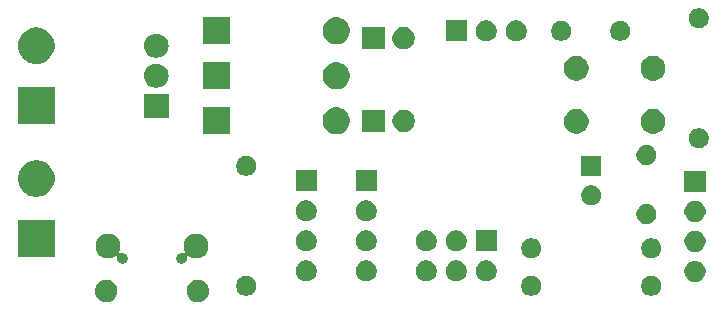
<source format=gbr>
%TF.GenerationSoftware,KiCad,Pcbnew,(5.1.5)-3*%
%TF.CreationDate,2020-09-12T07:11:49+09:30*%
%TF.ProjectId,robotcontrol,726f626f-7463-46f6-9e74-726f6c2e6b69,rev?*%
%TF.SameCoordinates,Original*%
%TF.FileFunction,Soldermask,Bot*%
%TF.FilePolarity,Negative*%
%FSLAX46Y46*%
G04 Gerber Fmt 4.6, Leading zero omitted, Abs format (unit mm)*
G04 Created by KiCad (PCBNEW (5.1.5)-3) date 2020-09-12 07:11:49*
%MOMM*%
%LPD*%
G04 APERTURE LIST*
%ADD10C,0.100000*%
G04 APERTURE END LIST*
D10*
G36*
X110384736Y-109984254D02*
G01*
X110476505Y-110002508D01*
X110649394Y-110074121D01*
X110804990Y-110178087D01*
X110937313Y-110310410D01*
X111041279Y-110466006D01*
X111085895Y-110573719D01*
X111112892Y-110638896D01*
X111132593Y-110737936D01*
X111149400Y-110822433D01*
X111149400Y-111009567D01*
X111112892Y-111193105D01*
X111041279Y-111365994D01*
X110937313Y-111521590D01*
X110804990Y-111653913D01*
X110649394Y-111757879D01*
X110476505Y-111829492D01*
X110384736Y-111847746D01*
X110292968Y-111866000D01*
X110105832Y-111866000D01*
X110014064Y-111847746D01*
X109922295Y-111829492D01*
X109749406Y-111757879D01*
X109593810Y-111653913D01*
X109461487Y-111521590D01*
X109357521Y-111365994D01*
X109285908Y-111193105D01*
X109249400Y-111009567D01*
X109249400Y-110822433D01*
X109266208Y-110737936D01*
X109285908Y-110638896D01*
X109312905Y-110573719D01*
X109357521Y-110466006D01*
X109461487Y-110310410D01*
X109593810Y-110178087D01*
X109749406Y-110074121D01*
X109922295Y-110002508D01*
X110014064Y-109984254D01*
X110105832Y-109966000D01*
X110292968Y-109966000D01*
X110384736Y-109984254D01*
G37*
G36*
X102634736Y-109984254D02*
G01*
X102726505Y-110002508D01*
X102899394Y-110074121D01*
X103054990Y-110178087D01*
X103187313Y-110310410D01*
X103291279Y-110466006D01*
X103335895Y-110573719D01*
X103362892Y-110638896D01*
X103382593Y-110737936D01*
X103399400Y-110822433D01*
X103399400Y-111009567D01*
X103362892Y-111193105D01*
X103291279Y-111365994D01*
X103187313Y-111521590D01*
X103054990Y-111653913D01*
X102899394Y-111757879D01*
X102726505Y-111829492D01*
X102634736Y-111847746D01*
X102542968Y-111866000D01*
X102355832Y-111866000D01*
X102264064Y-111847746D01*
X102172295Y-111829492D01*
X101999406Y-111757879D01*
X101843810Y-111653913D01*
X101711487Y-111521590D01*
X101607521Y-111365994D01*
X101535908Y-111193105D01*
X101499400Y-111009567D01*
X101499400Y-110822433D01*
X101516208Y-110737936D01*
X101535908Y-110638896D01*
X101562905Y-110573719D01*
X101607521Y-110466006D01*
X101711487Y-110310410D01*
X101843810Y-110178087D01*
X101999406Y-110074121D01*
X102172295Y-110002508D01*
X102264064Y-109984254D01*
X102355832Y-109966000D01*
X102542968Y-109966000D01*
X102634736Y-109984254D01*
G37*
G36*
X114547935Y-109672664D02*
G01*
X114702624Y-109736739D01*
X114702626Y-109736740D01*
X114841844Y-109829762D01*
X114960238Y-109948156D01*
X115051950Y-110085414D01*
X115053261Y-110087376D01*
X115117336Y-110242065D01*
X115150000Y-110406281D01*
X115150000Y-110573719D01*
X115117336Y-110737935D01*
X115082335Y-110822433D01*
X115053260Y-110892626D01*
X114960238Y-111031844D01*
X114841844Y-111150238D01*
X114702626Y-111243260D01*
X114702625Y-111243261D01*
X114702624Y-111243261D01*
X114547935Y-111307336D01*
X114383719Y-111340000D01*
X114216281Y-111340000D01*
X114052065Y-111307336D01*
X113897376Y-111243261D01*
X113897375Y-111243261D01*
X113897374Y-111243260D01*
X113758156Y-111150238D01*
X113639762Y-111031844D01*
X113546740Y-110892626D01*
X113517665Y-110822433D01*
X113482664Y-110737935D01*
X113450000Y-110573719D01*
X113450000Y-110406281D01*
X113482664Y-110242065D01*
X113546739Y-110087376D01*
X113548050Y-110085414D01*
X113639762Y-109948156D01*
X113758156Y-109829762D01*
X113897374Y-109736740D01*
X113897376Y-109736739D01*
X114052065Y-109672664D01*
X114216281Y-109640000D01*
X114383719Y-109640000D01*
X114547935Y-109672664D01*
G37*
G36*
X148837935Y-109672664D02*
G01*
X148992624Y-109736739D01*
X148992626Y-109736740D01*
X149131844Y-109829762D01*
X149250238Y-109948156D01*
X149341950Y-110085414D01*
X149343261Y-110087376D01*
X149407336Y-110242065D01*
X149440000Y-110406281D01*
X149440000Y-110573719D01*
X149407336Y-110737935D01*
X149372335Y-110822433D01*
X149343260Y-110892626D01*
X149250238Y-111031844D01*
X149131844Y-111150238D01*
X148992626Y-111243260D01*
X148992625Y-111243261D01*
X148992624Y-111243261D01*
X148837935Y-111307336D01*
X148673719Y-111340000D01*
X148506281Y-111340000D01*
X148342065Y-111307336D01*
X148187376Y-111243261D01*
X148187375Y-111243261D01*
X148187374Y-111243260D01*
X148048156Y-111150238D01*
X147929762Y-111031844D01*
X147836740Y-110892626D01*
X147807665Y-110822433D01*
X147772664Y-110737935D01*
X147740000Y-110573719D01*
X147740000Y-110406281D01*
X147772664Y-110242065D01*
X147836739Y-110087376D01*
X147838050Y-110085414D01*
X147929762Y-109948156D01*
X148048156Y-109829762D01*
X148187374Y-109736740D01*
X148187376Y-109736739D01*
X148342065Y-109672664D01*
X148506281Y-109640000D01*
X148673719Y-109640000D01*
X148837935Y-109672664D01*
G37*
G36*
X138677935Y-109672664D02*
G01*
X138832624Y-109736739D01*
X138832626Y-109736740D01*
X138971844Y-109829762D01*
X139090238Y-109948156D01*
X139181950Y-110085414D01*
X139183261Y-110087376D01*
X139247336Y-110242065D01*
X139280000Y-110406281D01*
X139280000Y-110573719D01*
X139247336Y-110737935D01*
X139212335Y-110822433D01*
X139183260Y-110892626D01*
X139090238Y-111031844D01*
X138971844Y-111150238D01*
X138832626Y-111243260D01*
X138832625Y-111243261D01*
X138832624Y-111243261D01*
X138677935Y-111307336D01*
X138513719Y-111340000D01*
X138346281Y-111340000D01*
X138182065Y-111307336D01*
X138027376Y-111243261D01*
X138027375Y-111243261D01*
X138027374Y-111243260D01*
X137888156Y-111150238D01*
X137769762Y-111031844D01*
X137676740Y-110892626D01*
X137647665Y-110822433D01*
X137612664Y-110737935D01*
X137580000Y-110573719D01*
X137580000Y-110406281D01*
X137612664Y-110242065D01*
X137676739Y-110087376D01*
X137678050Y-110085414D01*
X137769762Y-109948156D01*
X137888156Y-109829762D01*
X138027374Y-109736740D01*
X138027376Y-109736739D01*
X138182065Y-109672664D01*
X138346281Y-109640000D01*
X138513719Y-109640000D01*
X138677935Y-109672664D01*
G37*
G36*
X152560920Y-108405386D02*
G01*
X152675521Y-108452855D01*
X152724710Y-108473230D01*
X152872117Y-108571724D01*
X152997476Y-108697083D01*
X153095970Y-108844490D01*
X153095971Y-108844492D01*
X153163814Y-109008280D01*
X153198400Y-109182156D01*
X153198400Y-109359444D01*
X153163814Y-109533320D01*
X153106096Y-109672665D01*
X153095970Y-109697110D01*
X152997476Y-109844517D01*
X152872117Y-109969876D01*
X152724710Y-110068370D01*
X152724709Y-110068371D01*
X152724708Y-110068371D01*
X152560920Y-110136214D01*
X152387044Y-110170800D01*
X152209756Y-110170800D01*
X152035880Y-110136214D01*
X151872092Y-110068371D01*
X151872091Y-110068371D01*
X151872090Y-110068370D01*
X151724683Y-109969876D01*
X151599324Y-109844517D01*
X151500830Y-109697110D01*
X151490705Y-109672665D01*
X151432986Y-109533320D01*
X151398400Y-109359444D01*
X151398400Y-109182156D01*
X151432986Y-109008280D01*
X151500829Y-108844492D01*
X151500830Y-108844490D01*
X151599324Y-108697083D01*
X151724683Y-108571724D01*
X151872090Y-108473230D01*
X151921280Y-108452855D01*
X152035880Y-108405386D01*
X152209756Y-108370800D01*
X152387044Y-108370800D01*
X152560920Y-108405386D01*
G37*
G36*
X132342520Y-108354586D02*
G01*
X132506310Y-108422430D01*
X132653717Y-108520924D01*
X132779076Y-108646283D01*
X132813019Y-108697083D01*
X132877571Y-108793692D01*
X132945414Y-108957480D01*
X132980000Y-109131356D01*
X132980000Y-109308644D01*
X132969895Y-109359444D01*
X132945414Y-109482520D01*
X132877570Y-109646310D01*
X132779076Y-109793717D01*
X132653717Y-109919076D01*
X132506310Y-110017570D01*
X132506309Y-110017571D01*
X132506308Y-110017571D01*
X132342520Y-110085414D01*
X132168644Y-110120000D01*
X131991356Y-110120000D01*
X131817480Y-110085414D01*
X131653692Y-110017571D01*
X131653691Y-110017571D01*
X131653690Y-110017570D01*
X131506283Y-109919076D01*
X131380924Y-109793717D01*
X131282430Y-109646310D01*
X131214586Y-109482520D01*
X131190105Y-109359444D01*
X131180000Y-109308644D01*
X131180000Y-109131356D01*
X131214586Y-108957480D01*
X131282429Y-108793692D01*
X131346981Y-108697083D01*
X131380924Y-108646283D01*
X131506283Y-108520924D01*
X131653690Y-108422430D01*
X131817480Y-108354586D01*
X131991356Y-108320000D01*
X132168644Y-108320000D01*
X132342520Y-108354586D01*
G37*
G36*
X134882520Y-108354586D02*
G01*
X135046310Y-108422430D01*
X135193717Y-108520924D01*
X135319076Y-108646283D01*
X135353019Y-108697083D01*
X135417571Y-108793692D01*
X135485414Y-108957480D01*
X135520000Y-109131356D01*
X135520000Y-109308644D01*
X135509895Y-109359444D01*
X135485414Y-109482520D01*
X135417570Y-109646310D01*
X135319076Y-109793717D01*
X135193717Y-109919076D01*
X135046310Y-110017570D01*
X135046309Y-110017571D01*
X135046308Y-110017571D01*
X134882520Y-110085414D01*
X134708644Y-110120000D01*
X134531356Y-110120000D01*
X134357480Y-110085414D01*
X134193692Y-110017571D01*
X134193691Y-110017571D01*
X134193690Y-110017570D01*
X134046283Y-109919076D01*
X133920924Y-109793717D01*
X133822430Y-109646310D01*
X133754586Y-109482520D01*
X133730105Y-109359444D01*
X133720000Y-109308644D01*
X133720000Y-109131356D01*
X133754586Y-108957480D01*
X133822429Y-108793692D01*
X133886981Y-108697083D01*
X133920924Y-108646283D01*
X134046283Y-108520924D01*
X134193690Y-108422430D01*
X134357480Y-108354586D01*
X134531356Y-108320000D01*
X134708644Y-108320000D01*
X134882520Y-108354586D01*
G37*
G36*
X124722520Y-108354586D02*
G01*
X124886310Y-108422430D01*
X125033717Y-108520924D01*
X125159076Y-108646283D01*
X125193019Y-108697083D01*
X125257571Y-108793692D01*
X125325414Y-108957480D01*
X125360000Y-109131356D01*
X125360000Y-109308644D01*
X125349895Y-109359444D01*
X125325414Y-109482520D01*
X125257570Y-109646310D01*
X125159076Y-109793717D01*
X125033717Y-109919076D01*
X124886310Y-110017570D01*
X124886309Y-110017571D01*
X124886308Y-110017571D01*
X124722520Y-110085414D01*
X124548644Y-110120000D01*
X124371356Y-110120000D01*
X124197480Y-110085414D01*
X124033692Y-110017571D01*
X124033691Y-110017571D01*
X124033690Y-110017570D01*
X123886283Y-109919076D01*
X123760924Y-109793717D01*
X123662430Y-109646310D01*
X123594586Y-109482520D01*
X123570105Y-109359444D01*
X123560000Y-109308644D01*
X123560000Y-109131356D01*
X123594586Y-108957480D01*
X123662429Y-108793692D01*
X123726981Y-108697083D01*
X123760924Y-108646283D01*
X123886283Y-108520924D01*
X124033690Y-108422430D01*
X124197480Y-108354586D01*
X124371356Y-108320000D01*
X124548644Y-108320000D01*
X124722520Y-108354586D01*
G37*
G36*
X119642520Y-108354586D02*
G01*
X119806310Y-108422430D01*
X119953717Y-108520924D01*
X120079076Y-108646283D01*
X120113019Y-108697083D01*
X120177571Y-108793692D01*
X120245414Y-108957480D01*
X120280000Y-109131356D01*
X120280000Y-109308644D01*
X120269895Y-109359444D01*
X120245414Y-109482520D01*
X120177570Y-109646310D01*
X120079076Y-109793717D01*
X119953717Y-109919076D01*
X119806310Y-110017570D01*
X119806309Y-110017571D01*
X119806308Y-110017571D01*
X119642520Y-110085414D01*
X119468644Y-110120000D01*
X119291356Y-110120000D01*
X119117480Y-110085414D01*
X118953692Y-110017571D01*
X118953691Y-110017571D01*
X118953690Y-110017570D01*
X118806283Y-109919076D01*
X118680924Y-109793717D01*
X118582430Y-109646310D01*
X118514586Y-109482520D01*
X118490105Y-109359444D01*
X118480000Y-109308644D01*
X118480000Y-109131356D01*
X118514586Y-108957480D01*
X118582429Y-108793692D01*
X118646981Y-108697083D01*
X118680924Y-108646283D01*
X118806283Y-108520924D01*
X118953690Y-108422430D01*
X119117480Y-108354586D01*
X119291356Y-108320000D01*
X119468644Y-108320000D01*
X119642520Y-108354586D01*
G37*
G36*
X129802520Y-108354586D02*
G01*
X129966310Y-108422430D01*
X130113717Y-108520924D01*
X130239076Y-108646283D01*
X130273019Y-108697083D01*
X130337571Y-108793692D01*
X130405414Y-108957480D01*
X130440000Y-109131356D01*
X130440000Y-109308644D01*
X130429895Y-109359444D01*
X130405414Y-109482520D01*
X130337570Y-109646310D01*
X130239076Y-109793717D01*
X130113717Y-109919076D01*
X129966310Y-110017570D01*
X129966309Y-110017571D01*
X129966308Y-110017571D01*
X129802520Y-110085414D01*
X129628644Y-110120000D01*
X129451356Y-110120000D01*
X129277480Y-110085414D01*
X129113692Y-110017571D01*
X129113691Y-110017571D01*
X129113690Y-110017570D01*
X128966283Y-109919076D01*
X128840924Y-109793717D01*
X128742430Y-109646310D01*
X128674586Y-109482520D01*
X128650105Y-109359444D01*
X128640000Y-109308644D01*
X128640000Y-109131356D01*
X128674586Y-108957480D01*
X128742429Y-108793692D01*
X128806981Y-108697083D01*
X128840924Y-108646283D01*
X128966283Y-108520924D01*
X129113690Y-108422430D01*
X129277480Y-108354586D01*
X129451356Y-108320000D01*
X129628644Y-108320000D01*
X129802520Y-108354586D01*
G37*
G36*
X102728087Y-106071027D02*
G01*
X102905674Y-106106350D01*
X103096762Y-106185502D01*
X103268736Y-106300411D01*
X103414989Y-106446664D01*
X103529898Y-106618638D01*
X103609050Y-106809726D01*
X103649400Y-107012584D01*
X103649400Y-107219416D01*
X103609050Y-107422274D01*
X103550592Y-107563402D01*
X103543482Y-107586842D01*
X103541080Y-107611228D01*
X103543482Y-107635614D01*
X103550595Y-107659063D01*
X103562146Y-107680674D01*
X103577691Y-107699616D01*
X103596633Y-107715161D01*
X103618244Y-107726712D01*
X103641693Y-107733825D01*
X103666079Y-107736227D01*
X103690465Y-107733825D01*
X103780078Y-107716000D01*
X103868722Y-107716000D01*
X103955659Y-107733293D01*
X104037555Y-107767215D01*
X104111258Y-107816462D01*
X104173938Y-107879142D01*
X104223185Y-107952845D01*
X104238028Y-107988681D01*
X104257107Y-108034741D01*
X104274400Y-108121678D01*
X104274400Y-108210322D01*
X104257107Y-108297259D01*
X104247687Y-108320000D01*
X104223185Y-108379155D01*
X104173938Y-108452858D01*
X104111258Y-108515538D01*
X104037555Y-108564785D01*
X103955659Y-108598707D01*
X103868722Y-108616000D01*
X103780078Y-108616000D01*
X103693141Y-108598707D01*
X103652192Y-108581745D01*
X103611245Y-108564785D01*
X103537542Y-108515538D01*
X103474862Y-108452858D01*
X103425615Y-108379155D01*
X103401113Y-108320000D01*
X103391693Y-108297259D01*
X103374400Y-108210322D01*
X103374400Y-108121679D01*
X103375331Y-108116998D01*
X103377732Y-108092612D01*
X103375330Y-108068226D01*
X103368216Y-108044777D01*
X103356664Y-108023167D01*
X103341119Y-108004225D01*
X103322176Y-107988681D01*
X103300566Y-107977130D01*
X103277116Y-107970017D01*
X103252730Y-107967616D01*
X103228344Y-107970018D01*
X103204895Y-107977132D01*
X103183302Y-107988674D01*
X103096762Y-108046498D01*
X102905674Y-108125650D01*
X102728087Y-108160973D01*
X102702817Y-108166000D01*
X102495983Y-108166000D01*
X102470713Y-108160973D01*
X102293126Y-108125650D01*
X102102038Y-108046498D01*
X101930064Y-107931589D01*
X101783811Y-107785336D01*
X101668902Y-107613362D01*
X101589750Y-107422274D01*
X101549400Y-107219416D01*
X101549400Y-107012584D01*
X101589750Y-106809726D01*
X101668902Y-106618638D01*
X101783811Y-106446664D01*
X101930064Y-106300411D01*
X102102038Y-106185502D01*
X102293126Y-106106350D01*
X102470713Y-106071027D01*
X102495983Y-106066000D01*
X102702817Y-106066000D01*
X102728087Y-106071027D01*
G37*
G36*
X110178087Y-106071027D02*
G01*
X110355674Y-106106350D01*
X110546762Y-106185502D01*
X110718736Y-106300411D01*
X110864989Y-106446664D01*
X110979898Y-106618638D01*
X111059050Y-106809726D01*
X111099400Y-107012584D01*
X111099400Y-107219416D01*
X111059050Y-107422274D01*
X110979898Y-107613362D01*
X110864989Y-107785336D01*
X110718736Y-107931589D01*
X110546762Y-108046498D01*
X110355674Y-108125650D01*
X110178087Y-108160973D01*
X110152817Y-108166000D01*
X109945983Y-108166000D01*
X109920713Y-108160973D01*
X109743126Y-108125650D01*
X109552038Y-108046498D01*
X109465498Y-107988674D01*
X109443903Y-107977131D01*
X109420454Y-107970018D01*
X109396068Y-107967616D01*
X109371682Y-107970018D01*
X109348233Y-107977131D01*
X109326622Y-107988682D01*
X109307680Y-108004227D01*
X109292134Y-108023169D01*
X109280583Y-108044779D01*
X109273470Y-108068228D01*
X109271068Y-108092614D01*
X109273469Y-108116998D01*
X109274400Y-108121679D01*
X109274400Y-108210322D01*
X109257107Y-108297259D01*
X109247687Y-108320000D01*
X109223185Y-108379155D01*
X109173938Y-108452858D01*
X109111258Y-108515538D01*
X109037555Y-108564785D01*
X108955659Y-108598707D01*
X108868722Y-108616000D01*
X108780078Y-108616000D01*
X108693141Y-108598707D01*
X108652192Y-108581745D01*
X108611245Y-108564785D01*
X108537542Y-108515538D01*
X108474862Y-108452858D01*
X108425615Y-108379155D01*
X108401113Y-108320000D01*
X108391693Y-108297259D01*
X108374400Y-108210322D01*
X108374400Y-108121678D01*
X108391693Y-108034741D01*
X108410772Y-107988681D01*
X108425615Y-107952845D01*
X108474862Y-107879142D01*
X108537542Y-107816462D01*
X108611245Y-107767215D01*
X108693141Y-107733293D01*
X108780078Y-107716000D01*
X108868722Y-107716000D01*
X108958335Y-107733825D01*
X108982721Y-107736227D01*
X109007107Y-107733825D01*
X109030556Y-107726712D01*
X109052167Y-107715161D01*
X109071109Y-107699615D01*
X109086654Y-107680674D01*
X109098205Y-107659063D01*
X109105318Y-107635614D01*
X109107720Y-107611228D01*
X109105318Y-107586842D01*
X109098208Y-107563402D01*
X109039750Y-107422274D01*
X108999400Y-107219416D01*
X108999400Y-107012584D01*
X109039750Y-106809726D01*
X109118902Y-106618638D01*
X109233811Y-106446664D01*
X109380064Y-106300411D01*
X109552038Y-106185502D01*
X109743126Y-106106350D01*
X109920713Y-106071027D01*
X109945983Y-106066000D01*
X110152817Y-106066000D01*
X110178087Y-106071027D01*
G37*
G36*
X148837935Y-106497664D02*
G01*
X148992624Y-106561739D01*
X148992626Y-106561740D01*
X149131844Y-106654762D01*
X149250238Y-106773156D01*
X149274673Y-106809726D01*
X149343261Y-106912376D01*
X149407336Y-107067065D01*
X149440000Y-107231281D01*
X149440000Y-107398719D01*
X149407336Y-107562935D01*
X149350720Y-107699616D01*
X149343260Y-107717626D01*
X149250238Y-107856844D01*
X149131844Y-107975238D01*
X148992626Y-108068260D01*
X148992625Y-108068261D01*
X148992624Y-108068261D01*
X148837935Y-108132336D01*
X148673719Y-108165000D01*
X148506281Y-108165000D01*
X148342065Y-108132336D01*
X148187376Y-108068261D01*
X148187375Y-108068261D01*
X148187374Y-108068260D01*
X148048156Y-107975238D01*
X147929762Y-107856844D01*
X147836740Y-107717626D01*
X147829280Y-107699616D01*
X147772664Y-107562935D01*
X147740000Y-107398719D01*
X147740000Y-107231281D01*
X147772664Y-107067065D01*
X147836739Y-106912376D01*
X147905327Y-106809726D01*
X147929762Y-106773156D01*
X148048156Y-106654762D01*
X148187374Y-106561740D01*
X148187376Y-106561739D01*
X148342065Y-106497664D01*
X148506281Y-106465000D01*
X148673719Y-106465000D01*
X148837935Y-106497664D01*
G37*
G36*
X138677935Y-106497664D02*
G01*
X138832624Y-106561739D01*
X138832626Y-106561740D01*
X138971844Y-106654762D01*
X139090238Y-106773156D01*
X139114673Y-106809726D01*
X139183261Y-106912376D01*
X139247336Y-107067065D01*
X139280000Y-107231281D01*
X139280000Y-107398719D01*
X139247336Y-107562935D01*
X139190720Y-107699616D01*
X139183260Y-107717626D01*
X139090238Y-107856844D01*
X138971844Y-107975238D01*
X138832626Y-108068260D01*
X138832625Y-108068261D01*
X138832624Y-108068261D01*
X138677935Y-108132336D01*
X138513719Y-108165000D01*
X138346281Y-108165000D01*
X138182065Y-108132336D01*
X138027376Y-108068261D01*
X138027375Y-108068261D01*
X138027374Y-108068260D01*
X137888156Y-107975238D01*
X137769762Y-107856844D01*
X137676740Y-107717626D01*
X137669280Y-107699616D01*
X137612664Y-107562935D01*
X137580000Y-107398719D01*
X137580000Y-107231281D01*
X137612664Y-107067065D01*
X137676739Y-106912376D01*
X137745327Y-106809726D01*
X137769762Y-106773156D01*
X137888156Y-106654762D01*
X138027374Y-106561740D01*
X138027376Y-106561739D01*
X138182065Y-106497664D01*
X138346281Y-106465000D01*
X138513719Y-106465000D01*
X138677935Y-106497664D01*
G37*
G36*
X98070000Y-108039500D02*
G01*
X94970000Y-108039500D01*
X94970000Y-104939500D01*
X98070000Y-104939500D01*
X98070000Y-108039500D01*
G37*
G36*
X152560920Y-105865386D02*
G01*
X152602066Y-105882429D01*
X152724710Y-105933230D01*
X152872117Y-106031724D01*
X152997476Y-106157083D01*
X153093245Y-106300412D01*
X153095971Y-106304492D01*
X153163814Y-106468280D01*
X153188296Y-106591358D01*
X153198400Y-106642158D01*
X153198400Y-106819442D01*
X153163814Y-106993320D01*
X153095970Y-107157110D01*
X152997476Y-107304517D01*
X152872117Y-107429876D01*
X152724710Y-107528370D01*
X152724709Y-107528371D01*
X152724708Y-107528371D01*
X152560920Y-107596214D01*
X152387044Y-107630800D01*
X152209756Y-107630800D01*
X152035880Y-107596214D01*
X151872092Y-107528371D01*
X151872091Y-107528371D01*
X151872090Y-107528370D01*
X151724683Y-107429876D01*
X151599324Y-107304517D01*
X151500830Y-107157110D01*
X151432986Y-106993320D01*
X151398400Y-106819442D01*
X151398400Y-106642158D01*
X151408505Y-106591358D01*
X151432986Y-106468280D01*
X151500829Y-106304492D01*
X151503555Y-106300412D01*
X151599324Y-106157083D01*
X151724683Y-106031724D01*
X151872090Y-105933230D01*
X151994735Y-105882429D01*
X152035880Y-105865386D01*
X152209756Y-105830800D01*
X152387044Y-105830800D01*
X152560920Y-105865386D01*
G37*
G36*
X119642520Y-105814586D02*
G01*
X119806310Y-105882430D01*
X119953717Y-105980924D01*
X120079076Y-106106283D01*
X120079121Y-106106351D01*
X120177571Y-106253692D01*
X120245414Y-106417480D01*
X120280000Y-106591356D01*
X120280000Y-106768644D01*
X120269895Y-106819444D01*
X120245414Y-106942520D01*
X120177570Y-107106310D01*
X120079076Y-107253717D01*
X119953717Y-107379076D01*
X119806310Y-107477570D01*
X119806309Y-107477571D01*
X119806308Y-107477571D01*
X119642520Y-107545414D01*
X119468644Y-107580000D01*
X119291356Y-107580000D01*
X119117480Y-107545414D01*
X118953692Y-107477571D01*
X118953691Y-107477571D01*
X118953690Y-107477570D01*
X118806283Y-107379076D01*
X118680924Y-107253717D01*
X118582430Y-107106310D01*
X118514586Y-106942520D01*
X118490105Y-106819444D01*
X118480000Y-106768644D01*
X118480000Y-106591356D01*
X118514586Y-106417480D01*
X118582429Y-106253692D01*
X118680879Y-106106351D01*
X118680924Y-106106283D01*
X118806283Y-105980924D01*
X118953690Y-105882430D01*
X119117480Y-105814586D01*
X119291356Y-105780000D01*
X119468644Y-105780000D01*
X119642520Y-105814586D01*
G37*
G36*
X135520000Y-107580000D02*
G01*
X133720000Y-107580000D01*
X133720000Y-105780000D01*
X135520000Y-105780000D01*
X135520000Y-107580000D01*
G37*
G36*
X129802520Y-105814586D02*
G01*
X129966310Y-105882430D01*
X130113717Y-105980924D01*
X130239076Y-106106283D01*
X130239121Y-106106351D01*
X130337571Y-106253692D01*
X130405414Y-106417480D01*
X130440000Y-106591356D01*
X130440000Y-106768644D01*
X130429895Y-106819444D01*
X130405414Y-106942520D01*
X130337570Y-107106310D01*
X130239076Y-107253717D01*
X130113717Y-107379076D01*
X129966310Y-107477570D01*
X129966309Y-107477571D01*
X129966308Y-107477571D01*
X129802520Y-107545414D01*
X129628644Y-107580000D01*
X129451356Y-107580000D01*
X129277480Y-107545414D01*
X129113692Y-107477571D01*
X129113691Y-107477571D01*
X129113690Y-107477570D01*
X128966283Y-107379076D01*
X128840924Y-107253717D01*
X128742430Y-107106310D01*
X128674586Y-106942520D01*
X128650105Y-106819444D01*
X128640000Y-106768644D01*
X128640000Y-106591356D01*
X128674586Y-106417480D01*
X128742429Y-106253692D01*
X128840879Y-106106351D01*
X128840924Y-106106283D01*
X128966283Y-105980924D01*
X129113690Y-105882430D01*
X129277480Y-105814586D01*
X129451356Y-105780000D01*
X129628644Y-105780000D01*
X129802520Y-105814586D01*
G37*
G36*
X132342520Y-105814586D02*
G01*
X132506310Y-105882430D01*
X132653717Y-105980924D01*
X132779076Y-106106283D01*
X132779121Y-106106351D01*
X132877571Y-106253692D01*
X132945414Y-106417480D01*
X132980000Y-106591356D01*
X132980000Y-106768644D01*
X132969895Y-106819444D01*
X132945414Y-106942520D01*
X132877570Y-107106310D01*
X132779076Y-107253717D01*
X132653717Y-107379076D01*
X132506310Y-107477570D01*
X132506309Y-107477571D01*
X132506308Y-107477571D01*
X132342520Y-107545414D01*
X132168644Y-107580000D01*
X131991356Y-107580000D01*
X131817480Y-107545414D01*
X131653692Y-107477571D01*
X131653691Y-107477571D01*
X131653690Y-107477570D01*
X131506283Y-107379076D01*
X131380924Y-107253717D01*
X131282430Y-107106310D01*
X131214586Y-106942520D01*
X131190105Y-106819444D01*
X131180000Y-106768644D01*
X131180000Y-106591356D01*
X131214586Y-106417480D01*
X131282429Y-106253692D01*
X131380879Y-106106351D01*
X131380924Y-106106283D01*
X131506283Y-105980924D01*
X131653690Y-105882430D01*
X131817480Y-105814586D01*
X131991356Y-105780000D01*
X132168644Y-105780000D01*
X132342520Y-105814586D01*
G37*
G36*
X124722520Y-105814586D02*
G01*
X124886310Y-105882430D01*
X125033717Y-105980924D01*
X125159076Y-106106283D01*
X125159121Y-106106351D01*
X125257571Y-106253692D01*
X125325414Y-106417480D01*
X125360000Y-106591356D01*
X125360000Y-106768644D01*
X125349895Y-106819444D01*
X125325414Y-106942520D01*
X125257570Y-107106310D01*
X125159076Y-107253717D01*
X125033717Y-107379076D01*
X124886310Y-107477570D01*
X124886309Y-107477571D01*
X124886308Y-107477571D01*
X124722520Y-107545414D01*
X124548644Y-107580000D01*
X124371356Y-107580000D01*
X124197480Y-107545414D01*
X124033692Y-107477571D01*
X124033691Y-107477571D01*
X124033690Y-107477570D01*
X123886283Y-107379076D01*
X123760924Y-107253717D01*
X123662430Y-107106310D01*
X123594586Y-106942520D01*
X123570105Y-106819444D01*
X123560000Y-106768644D01*
X123560000Y-106591356D01*
X123594586Y-106417480D01*
X123662429Y-106253692D01*
X123760879Y-106106351D01*
X123760924Y-106106283D01*
X123886283Y-105980924D01*
X124033690Y-105882430D01*
X124197480Y-105814586D01*
X124371356Y-105780000D01*
X124548644Y-105780000D01*
X124722520Y-105814586D01*
G37*
G36*
X148431535Y-103598264D02*
G01*
X148586224Y-103662339D01*
X148586226Y-103662340D01*
X148725444Y-103755362D01*
X148843838Y-103873756D01*
X148936860Y-104012974D01*
X148936861Y-104012976D01*
X149000936Y-104167665D01*
X149033600Y-104331881D01*
X149033600Y-104499319D01*
X149000936Y-104663535D01*
X148959108Y-104764516D01*
X148936860Y-104818226D01*
X148843838Y-104957444D01*
X148725444Y-105075838D01*
X148586226Y-105168860D01*
X148586225Y-105168861D01*
X148586224Y-105168861D01*
X148431535Y-105232936D01*
X148267319Y-105265600D01*
X148099881Y-105265600D01*
X147935665Y-105232936D01*
X147780976Y-105168861D01*
X147780975Y-105168861D01*
X147780974Y-105168860D01*
X147641756Y-105075838D01*
X147523362Y-104957444D01*
X147430340Y-104818226D01*
X147408092Y-104764516D01*
X147366264Y-104663535D01*
X147333600Y-104499319D01*
X147333600Y-104331881D01*
X147366264Y-104167665D01*
X147430339Y-104012976D01*
X147430340Y-104012974D01*
X147523362Y-103873756D01*
X147641756Y-103755362D01*
X147780974Y-103662340D01*
X147780976Y-103662339D01*
X147935665Y-103598264D01*
X148099881Y-103565600D01*
X148267319Y-103565600D01*
X148431535Y-103598264D01*
G37*
G36*
X152560920Y-103325386D02*
G01*
X152602066Y-103342429D01*
X152724710Y-103393230D01*
X152872117Y-103491724D01*
X152997476Y-103617083D01*
X153089871Y-103755362D01*
X153095971Y-103764492D01*
X153163814Y-103928280D01*
X153198400Y-104102156D01*
X153198400Y-104279444D01*
X153187969Y-104331882D01*
X153163814Y-104453320D01*
X153095970Y-104617110D01*
X152997476Y-104764517D01*
X152872117Y-104889876D01*
X152724710Y-104988370D01*
X152724709Y-104988371D01*
X152724708Y-104988371D01*
X152560920Y-105056214D01*
X152387044Y-105090800D01*
X152209756Y-105090800D01*
X152035880Y-105056214D01*
X151872092Y-104988371D01*
X151872091Y-104988371D01*
X151872090Y-104988370D01*
X151724683Y-104889876D01*
X151599324Y-104764517D01*
X151500830Y-104617110D01*
X151432986Y-104453320D01*
X151408831Y-104331882D01*
X151398400Y-104279444D01*
X151398400Y-104102156D01*
X151432986Y-103928280D01*
X151500829Y-103764492D01*
X151506929Y-103755362D01*
X151599324Y-103617083D01*
X151724683Y-103491724D01*
X151872090Y-103393230D01*
X151994735Y-103342429D01*
X152035880Y-103325386D01*
X152209756Y-103290800D01*
X152387044Y-103290800D01*
X152560920Y-103325386D01*
G37*
G36*
X124722520Y-103274586D02*
G01*
X124886310Y-103342430D01*
X125033717Y-103440924D01*
X125159076Y-103566283D01*
X125223258Y-103662339D01*
X125257571Y-103713692D01*
X125325414Y-103877480D01*
X125360000Y-104051356D01*
X125360000Y-104228644D01*
X125349895Y-104279444D01*
X125325414Y-104402520D01*
X125257570Y-104566310D01*
X125159076Y-104713717D01*
X125033717Y-104839076D01*
X124886310Y-104937570D01*
X124886309Y-104937571D01*
X124886308Y-104937571D01*
X124722520Y-105005414D01*
X124548644Y-105040000D01*
X124371356Y-105040000D01*
X124197480Y-105005414D01*
X124033692Y-104937571D01*
X124033691Y-104937571D01*
X124033690Y-104937570D01*
X123886283Y-104839076D01*
X123760924Y-104713717D01*
X123662430Y-104566310D01*
X123594586Y-104402520D01*
X123570105Y-104279444D01*
X123560000Y-104228644D01*
X123560000Y-104051356D01*
X123594586Y-103877480D01*
X123662429Y-103713692D01*
X123696742Y-103662339D01*
X123760924Y-103566283D01*
X123886283Y-103440924D01*
X124033690Y-103342430D01*
X124197480Y-103274586D01*
X124371356Y-103240000D01*
X124548644Y-103240000D01*
X124722520Y-103274586D01*
G37*
G36*
X119642520Y-103274586D02*
G01*
X119806310Y-103342430D01*
X119953717Y-103440924D01*
X120079076Y-103566283D01*
X120143258Y-103662339D01*
X120177571Y-103713692D01*
X120245414Y-103877480D01*
X120280000Y-104051356D01*
X120280000Y-104228644D01*
X120269895Y-104279444D01*
X120245414Y-104402520D01*
X120177570Y-104566310D01*
X120079076Y-104713717D01*
X119953717Y-104839076D01*
X119806310Y-104937570D01*
X119806309Y-104937571D01*
X119806308Y-104937571D01*
X119642520Y-105005414D01*
X119468644Y-105040000D01*
X119291356Y-105040000D01*
X119117480Y-105005414D01*
X118953692Y-104937571D01*
X118953691Y-104937571D01*
X118953690Y-104937570D01*
X118806283Y-104839076D01*
X118680924Y-104713717D01*
X118582430Y-104566310D01*
X118514586Y-104402520D01*
X118490105Y-104279444D01*
X118480000Y-104228644D01*
X118480000Y-104051356D01*
X118514586Y-103877480D01*
X118582429Y-103713692D01*
X118616742Y-103662339D01*
X118680924Y-103566283D01*
X118806283Y-103440924D01*
X118953690Y-103342430D01*
X119117480Y-103274586D01*
X119291356Y-103240000D01*
X119468644Y-103240000D01*
X119642520Y-103274586D01*
G37*
G36*
X143757935Y-102012664D02*
G01*
X143912624Y-102076739D01*
X143912626Y-102076740D01*
X144051844Y-102169762D01*
X144170238Y-102288156D01*
X144243344Y-102397568D01*
X144263261Y-102427376D01*
X144327336Y-102582065D01*
X144360000Y-102746281D01*
X144360000Y-102913719D01*
X144327336Y-103077935D01*
X144263261Y-103232624D01*
X144263260Y-103232626D01*
X144170238Y-103371844D01*
X144051844Y-103490238D01*
X143912626Y-103583260D01*
X143912625Y-103583261D01*
X143912624Y-103583261D01*
X143757935Y-103647336D01*
X143593719Y-103680000D01*
X143426281Y-103680000D01*
X143262065Y-103647336D01*
X143107376Y-103583261D01*
X143107375Y-103583261D01*
X143107374Y-103583260D01*
X142968156Y-103490238D01*
X142849762Y-103371844D01*
X142756740Y-103232626D01*
X142756739Y-103232624D01*
X142692664Y-103077935D01*
X142660000Y-102913719D01*
X142660000Y-102746281D01*
X142692664Y-102582065D01*
X142756739Y-102427376D01*
X142776656Y-102397568D01*
X142849762Y-102288156D01*
X142968156Y-102169762D01*
X143107374Y-102076740D01*
X143107376Y-102076739D01*
X143262065Y-102012664D01*
X143426281Y-101980000D01*
X143593719Y-101980000D01*
X143757935Y-102012664D01*
G37*
G36*
X96822390Y-99889283D02*
G01*
X96972118Y-99919065D01*
X96992182Y-99927376D01*
X97254199Y-100035907D01*
X97254200Y-100035908D01*
X97508068Y-100205536D01*
X97723964Y-100421432D01*
X97828535Y-100577935D01*
X97893593Y-100675301D01*
X98010435Y-100957383D01*
X98070000Y-101256837D01*
X98070000Y-101562163D01*
X98010435Y-101861617D01*
X97893593Y-102143699D01*
X97893592Y-102143700D01*
X97723964Y-102397568D01*
X97508068Y-102613464D01*
X97338439Y-102726806D01*
X97254199Y-102783093D01*
X97088960Y-102851537D01*
X96972118Y-102899935D01*
X96822390Y-102929718D01*
X96672663Y-102959500D01*
X96367337Y-102959500D01*
X96217610Y-102929718D01*
X96067882Y-102899935D01*
X95951040Y-102851537D01*
X95785801Y-102783093D01*
X95701561Y-102726806D01*
X95531932Y-102613464D01*
X95316036Y-102397568D01*
X95146408Y-102143700D01*
X95146407Y-102143699D01*
X95029565Y-101861617D01*
X94970000Y-101562163D01*
X94970000Y-101256837D01*
X95029565Y-100957383D01*
X95146407Y-100675301D01*
X95211465Y-100577935D01*
X95316036Y-100421432D01*
X95531932Y-100205536D01*
X95785800Y-100035908D01*
X95785801Y-100035907D01*
X96047818Y-99927376D01*
X96067882Y-99919065D01*
X96217610Y-99889283D01*
X96367337Y-99859500D01*
X96672663Y-99859500D01*
X96822390Y-99889283D01*
G37*
G36*
X153198400Y-102550800D02*
G01*
X151398400Y-102550800D01*
X151398400Y-100750800D01*
X153198400Y-100750800D01*
X153198400Y-102550800D01*
G37*
G36*
X125360000Y-102500000D02*
G01*
X123560000Y-102500000D01*
X123560000Y-100700000D01*
X125360000Y-100700000D01*
X125360000Y-102500000D01*
G37*
G36*
X120280000Y-102500000D02*
G01*
X118480000Y-102500000D01*
X118480000Y-100700000D01*
X120280000Y-100700000D01*
X120280000Y-102500000D01*
G37*
G36*
X144360000Y-101180000D02*
G01*
X142660000Y-101180000D01*
X142660000Y-99480000D01*
X144360000Y-99480000D01*
X144360000Y-101180000D01*
G37*
G36*
X114547935Y-99512664D02*
G01*
X114702624Y-99576739D01*
X114702626Y-99576740D01*
X114841844Y-99669762D01*
X114960238Y-99788156D01*
X115007908Y-99859500D01*
X115053261Y-99927376D01*
X115117336Y-100082065D01*
X115150000Y-100246281D01*
X115150000Y-100413719D01*
X115117336Y-100577935D01*
X115077005Y-100675301D01*
X115053260Y-100732626D01*
X114960238Y-100871844D01*
X114841844Y-100990238D01*
X114702626Y-101083260D01*
X114702625Y-101083261D01*
X114702624Y-101083261D01*
X114547935Y-101147336D01*
X114383719Y-101180000D01*
X114216281Y-101180000D01*
X114052065Y-101147336D01*
X113897376Y-101083261D01*
X113897375Y-101083261D01*
X113897374Y-101083260D01*
X113758156Y-100990238D01*
X113639762Y-100871844D01*
X113546740Y-100732626D01*
X113522995Y-100675301D01*
X113482664Y-100577935D01*
X113450000Y-100413719D01*
X113450000Y-100246281D01*
X113482664Y-100082065D01*
X113546739Y-99927376D01*
X113592092Y-99859500D01*
X113639762Y-99788156D01*
X113758156Y-99669762D01*
X113897374Y-99576740D01*
X113897376Y-99576739D01*
X114052065Y-99512664D01*
X114216281Y-99480000D01*
X114383719Y-99480000D01*
X114547935Y-99512664D01*
G37*
G36*
X148431535Y-98598264D02*
G01*
X148564735Y-98653438D01*
X148586226Y-98662340D01*
X148725444Y-98755362D01*
X148843838Y-98873756D01*
X148936860Y-99012974D01*
X148936861Y-99012976D01*
X149000936Y-99167665D01*
X149033600Y-99331881D01*
X149033600Y-99499319D01*
X149000936Y-99663535D01*
X148949315Y-99788157D01*
X148936860Y-99818226D01*
X148843838Y-99957444D01*
X148725444Y-100075838D01*
X148586226Y-100168860D01*
X148586225Y-100168861D01*
X148586224Y-100168861D01*
X148431535Y-100232936D01*
X148267319Y-100265600D01*
X148099881Y-100265600D01*
X147935665Y-100232936D01*
X147780976Y-100168861D01*
X147780975Y-100168861D01*
X147780974Y-100168860D01*
X147641756Y-100075838D01*
X147523362Y-99957444D01*
X147430340Y-99818226D01*
X147417885Y-99788157D01*
X147366264Y-99663535D01*
X147333600Y-99499319D01*
X147333600Y-99331881D01*
X147366264Y-99167665D01*
X147430339Y-99012976D01*
X147430340Y-99012974D01*
X147523362Y-98873756D01*
X147641756Y-98755362D01*
X147780974Y-98662340D01*
X147802465Y-98653438D01*
X147935665Y-98598264D01*
X148099881Y-98565600D01*
X148267319Y-98565600D01*
X148431535Y-98598264D01*
G37*
G36*
X152851135Y-97175864D02*
G01*
X153005824Y-97239939D01*
X153005826Y-97239940D01*
X153145044Y-97332962D01*
X153263438Y-97451356D01*
X153356460Y-97590574D01*
X153356461Y-97590576D01*
X153420536Y-97745265D01*
X153453200Y-97909481D01*
X153453200Y-98076919D01*
X153420536Y-98241135D01*
X153356461Y-98395824D01*
X153356460Y-98395826D01*
X153263438Y-98535044D01*
X153145044Y-98653438D01*
X153005826Y-98746460D01*
X153005825Y-98746461D01*
X153005824Y-98746461D01*
X152851135Y-98810536D01*
X152686919Y-98843200D01*
X152519481Y-98843200D01*
X152355265Y-98810536D01*
X152200576Y-98746461D01*
X152200575Y-98746461D01*
X152200574Y-98746460D01*
X152061356Y-98653438D01*
X151942962Y-98535044D01*
X151849940Y-98395826D01*
X151849939Y-98395824D01*
X151785864Y-98241135D01*
X151753200Y-98076919D01*
X151753200Y-97909481D01*
X151785864Y-97745265D01*
X151849939Y-97590576D01*
X151849940Y-97590574D01*
X151942962Y-97451356D01*
X152061356Y-97332962D01*
X152200574Y-97239940D01*
X152200576Y-97239939D01*
X152355265Y-97175864D01*
X152519481Y-97143200D01*
X152686919Y-97143200D01*
X152851135Y-97175864D01*
G37*
G36*
X112910000Y-97670000D02*
G01*
X110610000Y-97670000D01*
X110610000Y-95370000D01*
X112910000Y-95370000D01*
X112910000Y-97670000D01*
G37*
G36*
X122107324Y-95384731D02*
G01*
X122255443Y-95414194D01*
X122464729Y-95500884D01*
X122653082Y-95626737D01*
X122813263Y-95786918D01*
X122939116Y-95975271D01*
X123025806Y-96184557D01*
X123070000Y-96406735D01*
X123070000Y-96633265D01*
X123025806Y-96855443D01*
X122939116Y-97064729D01*
X122813263Y-97253082D01*
X122653082Y-97413263D01*
X122464729Y-97539116D01*
X122255443Y-97625806D01*
X122107324Y-97655269D01*
X122033266Y-97670000D01*
X121806734Y-97670000D01*
X121732676Y-97655269D01*
X121584557Y-97625806D01*
X121375271Y-97539116D01*
X121186918Y-97413263D01*
X121026737Y-97253082D01*
X120900884Y-97064729D01*
X120814194Y-96855443D01*
X120770000Y-96633265D01*
X120770000Y-96406735D01*
X120814194Y-96184557D01*
X120900884Y-95975271D01*
X121026737Y-95786918D01*
X121186918Y-95626737D01*
X121375271Y-95500884D01*
X121584557Y-95414194D01*
X121732676Y-95384731D01*
X121806734Y-95370000D01*
X122033266Y-95370000D01*
X122107324Y-95384731D01*
G37*
G36*
X148868687Y-95530027D02*
G01*
X149046274Y-95565350D01*
X149237362Y-95644502D01*
X149409336Y-95759411D01*
X149555589Y-95905664D01*
X149670498Y-96077638D01*
X149749650Y-96268726D01*
X149790000Y-96471584D01*
X149790000Y-96678416D01*
X149749650Y-96881274D01*
X149670498Y-97072362D01*
X149555589Y-97244336D01*
X149409336Y-97390589D01*
X149237362Y-97505498D01*
X149046274Y-97584650D01*
X148868687Y-97619973D01*
X148843417Y-97625000D01*
X148636583Y-97625000D01*
X148611313Y-97619973D01*
X148433726Y-97584650D01*
X148242638Y-97505498D01*
X148070664Y-97390589D01*
X147924411Y-97244336D01*
X147809502Y-97072362D01*
X147730350Y-96881274D01*
X147690000Y-96678416D01*
X147690000Y-96471584D01*
X147730350Y-96268726D01*
X147809502Y-96077638D01*
X147924411Y-95905664D01*
X148070664Y-95759411D01*
X148242638Y-95644502D01*
X148433726Y-95565350D01*
X148611313Y-95530027D01*
X148636583Y-95525000D01*
X148843417Y-95525000D01*
X148868687Y-95530027D01*
G37*
G36*
X142368687Y-95530027D02*
G01*
X142546274Y-95565350D01*
X142737362Y-95644502D01*
X142909336Y-95759411D01*
X143055589Y-95905664D01*
X143170498Y-96077638D01*
X143249650Y-96268726D01*
X143290000Y-96471584D01*
X143290000Y-96678416D01*
X143249650Y-96881274D01*
X143170498Y-97072362D01*
X143055589Y-97244336D01*
X142909336Y-97390589D01*
X142737362Y-97505498D01*
X142546274Y-97584650D01*
X142368687Y-97619973D01*
X142343417Y-97625000D01*
X142136583Y-97625000D01*
X142111313Y-97619973D01*
X141933726Y-97584650D01*
X141742638Y-97505498D01*
X141570664Y-97390589D01*
X141424411Y-97244336D01*
X141309502Y-97072362D01*
X141230350Y-96881274D01*
X141190000Y-96678416D01*
X141190000Y-96471584D01*
X141230350Y-96268726D01*
X141309502Y-96077638D01*
X141424411Y-95905664D01*
X141570664Y-95759411D01*
X141742638Y-95644502D01*
X141933726Y-95565350D01*
X142111313Y-95530027D01*
X142136583Y-95525000D01*
X142343417Y-95525000D01*
X142368687Y-95530027D01*
G37*
G36*
X126045000Y-97470000D02*
G01*
X124145000Y-97470000D01*
X124145000Y-95570000D01*
X126045000Y-95570000D01*
X126045000Y-97470000D01*
G37*
G36*
X127820336Y-95588254D02*
G01*
X127912105Y-95606508D01*
X128084994Y-95678121D01*
X128240590Y-95782087D01*
X128372913Y-95914410D01*
X128476879Y-96070006D01*
X128548492Y-96242895D01*
X128585000Y-96426433D01*
X128585000Y-96613567D01*
X128548492Y-96797105D01*
X128476879Y-96969994D01*
X128372913Y-97125590D01*
X128240590Y-97257913D01*
X128084994Y-97361879D01*
X127912105Y-97433492D01*
X127822297Y-97451356D01*
X127728568Y-97470000D01*
X127541432Y-97470000D01*
X127447703Y-97451356D01*
X127357895Y-97433492D01*
X127185006Y-97361879D01*
X127029410Y-97257913D01*
X126897087Y-97125590D01*
X126793121Y-96969994D01*
X126721508Y-96797105D01*
X126685000Y-96613567D01*
X126685000Y-96426433D01*
X126721508Y-96242895D01*
X126793121Y-96070006D01*
X126897087Y-95914410D01*
X127029410Y-95782087D01*
X127185006Y-95678121D01*
X127357895Y-95606508D01*
X127449664Y-95588254D01*
X127541432Y-95570000D01*
X127728568Y-95570000D01*
X127820336Y-95588254D01*
G37*
G36*
X98070000Y-96800000D02*
G01*
X94970000Y-96800000D01*
X94970000Y-93700000D01*
X98070000Y-93700000D01*
X98070000Y-96800000D01*
G37*
G36*
X107730000Y-96252500D02*
G01*
X105630000Y-96252500D01*
X105630000Y-94247500D01*
X107730000Y-94247500D01*
X107730000Y-96252500D01*
G37*
G36*
X112910000Y-93860000D02*
G01*
X110610000Y-93860000D01*
X110610000Y-91560000D01*
X112910000Y-91560000D01*
X112910000Y-93860000D01*
G37*
G36*
X122107324Y-91574731D02*
G01*
X122255443Y-91604194D01*
X122464729Y-91690884D01*
X122653082Y-91816737D01*
X122813263Y-91976918D01*
X122939116Y-92165271D01*
X123025806Y-92374557D01*
X123070000Y-92596735D01*
X123070000Y-92823265D01*
X123025806Y-93045443D01*
X122939116Y-93254729D01*
X122813263Y-93443082D01*
X122653082Y-93603263D01*
X122464729Y-93729116D01*
X122255443Y-93815806D01*
X122107324Y-93845269D01*
X122033266Y-93860000D01*
X121806734Y-93860000D01*
X121732676Y-93845269D01*
X121584557Y-93815806D01*
X121375271Y-93729116D01*
X121186918Y-93603263D01*
X121026737Y-93443082D01*
X120900884Y-93254729D01*
X120814194Y-93045443D01*
X120770000Y-92823265D01*
X120770000Y-92596735D01*
X120814194Y-92374557D01*
X120900884Y-92165271D01*
X121026737Y-91976918D01*
X121186918Y-91816737D01*
X121375271Y-91690884D01*
X121584557Y-91604194D01*
X121732676Y-91574731D01*
X121806734Y-91560000D01*
X122033266Y-91560000D01*
X122107324Y-91574731D01*
G37*
G36*
X106924022Y-91722005D02*
G01*
X107112999Y-91779331D01*
X107287153Y-91872418D01*
X107439804Y-91997696D01*
X107565082Y-92150347D01*
X107658169Y-92324501D01*
X107715495Y-92513478D01*
X107734850Y-92710000D01*
X107715495Y-92906522D01*
X107658169Y-93095499D01*
X107565082Y-93269653D01*
X107439804Y-93422304D01*
X107287153Y-93547582D01*
X107112999Y-93640669D01*
X106924022Y-93697995D01*
X106776746Y-93712500D01*
X106583254Y-93712500D01*
X106435978Y-93697995D01*
X106247001Y-93640669D01*
X106072847Y-93547582D01*
X105920196Y-93422304D01*
X105794918Y-93269653D01*
X105701831Y-93095499D01*
X105644505Y-92906522D01*
X105625150Y-92710000D01*
X105644505Y-92513478D01*
X105701831Y-92324501D01*
X105794918Y-92150347D01*
X105920196Y-91997696D01*
X106072847Y-91872418D01*
X106247001Y-91779331D01*
X106435978Y-91722005D01*
X106583254Y-91707500D01*
X106776746Y-91707500D01*
X106924022Y-91722005D01*
G37*
G36*
X142368687Y-91030027D02*
G01*
X142546274Y-91065350D01*
X142737362Y-91144502D01*
X142909336Y-91259411D01*
X143055589Y-91405664D01*
X143170498Y-91577638D01*
X143249650Y-91768726D01*
X143290000Y-91971584D01*
X143290000Y-92178416D01*
X143249650Y-92381274D01*
X143170498Y-92572362D01*
X143055589Y-92744336D01*
X142909336Y-92890589D01*
X142737362Y-93005498D01*
X142546274Y-93084650D01*
X142368687Y-93119973D01*
X142343417Y-93125000D01*
X142136583Y-93125000D01*
X142111313Y-93119973D01*
X141933726Y-93084650D01*
X141742638Y-93005498D01*
X141570664Y-92890589D01*
X141424411Y-92744336D01*
X141309502Y-92572362D01*
X141230350Y-92381274D01*
X141190000Y-92178416D01*
X141190000Y-91971584D01*
X141230350Y-91768726D01*
X141309502Y-91577638D01*
X141424411Y-91405664D01*
X141570664Y-91259411D01*
X141742638Y-91144502D01*
X141933726Y-91065350D01*
X142111313Y-91030027D01*
X142136583Y-91025000D01*
X142343417Y-91025000D01*
X142368687Y-91030027D01*
G37*
G36*
X148868687Y-91030027D02*
G01*
X149046274Y-91065350D01*
X149237362Y-91144502D01*
X149409336Y-91259411D01*
X149555589Y-91405664D01*
X149670498Y-91577638D01*
X149749650Y-91768726D01*
X149790000Y-91971584D01*
X149790000Y-92178416D01*
X149749650Y-92381274D01*
X149670498Y-92572362D01*
X149555589Y-92744336D01*
X149409336Y-92890589D01*
X149237362Y-93005498D01*
X149046274Y-93084650D01*
X148868687Y-93119973D01*
X148843417Y-93125000D01*
X148636583Y-93125000D01*
X148611313Y-93119973D01*
X148433726Y-93084650D01*
X148242638Y-93005498D01*
X148070664Y-92890589D01*
X147924411Y-92744336D01*
X147809502Y-92572362D01*
X147730350Y-92381274D01*
X147690000Y-92178416D01*
X147690000Y-91971584D01*
X147730350Y-91768726D01*
X147809502Y-91577638D01*
X147924411Y-91405664D01*
X148070664Y-91259411D01*
X148242638Y-91144502D01*
X148433726Y-91065350D01*
X148611313Y-91030027D01*
X148636583Y-91025000D01*
X148843417Y-91025000D01*
X148868687Y-91030027D01*
G37*
G36*
X96760541Y-88637480D02*
G01*
X96972118Y-88679565D01*
X97088960Y-88727963D01*
X97254199Y-88796407D01*
X97283944Y-88816282D01*
X97508068Y-88966036D01*
X97723964Y-89181932D01*
X97837306Y-89351561D01*
X97893593Y-89435801D01*
X97909298Y-89473717D01*
X98010435Y-89717882D01*
X98023686Y-89784501D01*
X98070000Y-90017337D01*
X98070000Y-90322663D01*
X98010435Y-90622117D01*
X97893593Y-90904199D01*
X97893592Y-90904200D01*
X97723964Y-91158068D01*
X97508068Y-91373964D01*
X97338439Y-91487306D01*
X97254199Y-91543593D01*
X97107895Y-91604194D01*
X96972118Y-91660435D01*
X96822390Y-91690217D01*
X96672663Y-91720000D01*
X96367337Y-91720000D01*
X96217610Y-91690217D01*
X96067882Y-91660435D01*
X95932105Y-91604194D01*
X95785801Y-91543593D01*
X95701561Y-91487306D01*
X95531932Y-91373964D01*
X95316036Y-91158068D01*
X95146408Y-90904200D01*
X95146407Y-90904199D01*
X95029565Y-90622117D01*
X94970000Y-90322663D01*
X94970000Y-90017337D01*
X95016314Y-89784501D01*
X95029565Y-89717882D01*
X95130702Y-89473717D01*
X95146407Y-89435801D01*
X95202694Y-89351561D01*
X95316036Y-89181932D01*
X95531932Y-88966036D01*
X95756056Y-88816282D01*
X95785801Y-88796407D01*
X95951040Y-88727963D01*
X96067882Y-88679565D01*
X96279459Y-88637480D01*
X96367337Y-88620000D01*
X96672663Y-88620000D01*
X96760541Y-88637480D01*
G37*
G36*
X106924022Y-89182005D02*
G01*
X107077821Y-89228660D01*
X107100176Y-89235441D01*
X107112999Y-89239331D01*
X107287153Y-89332418D01*
X107439804Y-89457696D01*
X107565082Y-89610347D01*
X107658169Y-89784501D01*
X107715495Y-89973478D01*
X107734850Y-90170000D01*
X107715495Y-90366522D01*
X107658169Y-90555499D01*
X107565082Y-90729653D01*
X107439804Y-90882304D01*
X107287153Y-91007582D01*
X107112999Y-91100669D01*
X106924022Y-91157995D01*
X106776746Y-91172500D01*
X106583254Y-91172500D01*
X106435978Y-91157995D01*
X106247001Y-91100669D01*
X106072847Y-91007582D01*
X105920196Y-90882304D01*
X105794918Y-90729653D01*
X105701831Y-90555499D01*
X105644505Y-90366522D01*
X105625150Y-90170000D01*
X105644505Y-89973478D01*
X105701831Y-89784501D01*
X105794918Y-89610347D01*
X105920196Y-89457696D01*
X106072847Y-89332418D01*
X106247001Y-89239331D01*
X106259825Y-89235441D01*
X106282179Y-89228660D01*
X106435978Y-89182005D01*
X106583254Y-89167500D01*
X106776746Y-89167500D01*
X106924022Y-89182005D01*
G37*
G36*
X127820336Y-88603254D02*
G01*
X127912105Y-88621508D01*
X128084994Y-88693121D01*
X128240590Y-88797087D01*
X128372913Y-88929410D01*
X128476879Y-89085006D01*
X128548492Y-89257895D01*
X128585000Y-89441433D01*
X128585000Y-89628567D01*
X128548492Y-89812105D01*
X128476879Y-89984994D01*
X128372913Y-90140590D01*
X128240590Y-90272913D01*
X128084994Y-90376879D01*
X127912105Y-90448492D01*
X127820336Y-90466746D01*
X127728568Y-90485000D01*
X127541432Y-90485000D01*
X127449664Y-90466746D01*
X127357895Y-90448492D01*
X127185006Y-90376879D01*
X127029410Y-90272913D01*
X126897087Y-90140590D01*
X126793121Y-89984994D01*
X126721508Y-89812105D01*
X126685000Y-89628567D01*
X126685000Y-89441433D01*
X126721508Y-89257895D01*
X126793121Y-89085006D01*
X126897087Y-88929410D01*
X127029410Y-88797087D01*
X127185006Y-88693121D01*
X127357895Y-88621508D01*
X127449664Y-88603254D01*
X127541432Y-88585000D01*
X127728568Y-88585000D01*
X127820336Y-88603254D01*
G37*
G36*
X126045000Y-90485000D02*
G01*
X124145000Y-90485000D01*
X124145000Y-88585000D01*
X126045000Y-88585000D01*
X126045000Y-90485000D01*
G37*
G36*
X122107324Y-87764731D02*
G01*
X122255443Y-87794194D01*
X122464729Y-87880884D01*
X122653082Y-88006737D01*
X122813263Y-88166918D01*
X122939116Y-88355271D01*
X122939117Y-88355273D01*
X122947306Y-88375043D01*
X123025806Y-88564557D01*
X123070000Y-88786735D01*
X123070000Y-89013265D01*
X123025806Y-89235443D01*
X122953990Y-89408821D01*
X122940312Y-89441843D01*
X122939116Y-89444729D01*
X122813263Y-89633082D01*
X122653082Y-89793263D01*
X122464729Y-89919116D01*
X122255443Y-90005806D01*
X122107324Y-90035269D01*
X122033266Y-90050000D01*
X121806734Y-90050000D01*
X121732676Y-90035269D01*
X121584557Y-90005806D01*
X121375271Y-89919116D01*
X121186918Y-89793263D01*
X121026737Y-89633082D01*
X120900884Y-89444729D01*
X120899689Y-89441843D01*
X120886010Y-89408821D01*
X120814194Y-89235443D01*
X120770000Y-89013265D01*
X120770000Y-88786735D01*
X120814194Y-88564557D01*
X120892694Y-88375043D01*
X120900883Y-88355273D01*
X120900884Y-88355271D01*
X121026737Y-88166918D01*
X121186918Y-88006737D01*
X121375271Y-87880884D01*
X121584557Y-87794194D01*
X121732676Y-87764731D01*
X121806734Y-87750000D01*
X122033266Y-87750000D01*
X122107324Y-87764731D01*
G37*
G36*
X112910000Y-90050000D02*
G01*
X110610000Y-90050000D01*
X110610000Y-87750000D01*
X112910000Y-87750000D01*
X112910000Y-90050000D01*
G37*
G36*
X134882520Y-88034586D02*
G01*
X134994900Y-88081135D01*
X135046310Y-88102430D01*
X135193717Y-88200924D01*
X135319076Y-88326283D01*
X135417570Y-88473690D01*
X135417571Y-88473692D01*
X135485414Y-88637480D01*
X135520000Y-88811356D01*
X135520000Y-88988644D01*
X135485414Y-89162520D01*
X135445909Y-89257895D01*
X135417570Y-89326310D01*
X135319076Y-89473717D01*
X135193717Y-89599076D01*
X135046310Y-89697570D01*
X135046309Y-89697571D01*
X135046308Y-89697571D01*
X134882520Y-89765414D01*
X134708644Y-89800000D01*
X134531356Y-89800000D01*
X134357480Y-89765414D01*
X134193692Y-89697571D01*
X134193691Y-89697571D01*
X134193690Y-89697570D01*
X134046283Y-89599076D01*
X133920924Y-89473717D01*
X133822430Y-89326310D01*
X133794092Y-89257895D01*
X133754586Y-89162520D01*
X133720000Y-88988644D01*
X133720000Y-88811356D01*
X133754586Y-88637480D01*
X133822429Y-88473692D01*
X133822430Y-88473690D01*
X133920924Y-88326283D01*
X134046283Y-88200924D01*
X134193690Y-88102430D01*
X134245101Y-88081135D01*
X134357480Y-88034586D01*
X134531356Y-88000000D01*
X134708644Y-88000000D01*
X134882520Y-88034586D01*
G37*
G36*
X137422520Y-88034586D02*
G01*
X137534900Y-88081135D01*
X137586310Y-88102430D01*
X137733717Y-88200924D01*
X137859076Y-88326283D01*
X137957570Y-88473690D01*
X137957571Y-88473692D01*
X138025414Y-88637480D01*
X138060000Y-88811356D01*
X138060000Y-88988644D01*
X138025414Y-89162520D01*
X137985909Y-89257895D01*
X137957570Y-89326310D01*
X137859076Y-89473717D01*
X137733717Y-89599076D01*
X137586310Y-89697570D01*
X137586309Y-89697571D01*
X137586308Y-89697571D01*
X137422520Y-89765414D01*
X137248644Y-89800000D01*
X137071356Y-89800000D01*
X136897480Y-89765414D01*
X136733692Y-89697571D01*
X136733691Y-89697571D01*
X136733690Y-89697570D01*
X136586283Y-89599076D01*
X136460924Y-89473717D01*
X136362430Y-89326310D01*
X136334092Y-89257895D01*
X136294586Y-89162520D01*
X136260000Y-88988644D01*
X136260000Y-88811356D01*
X136294586Y-88637480D01*
X136362429Y-88473692D01*
X136362430Y-88473690D01*
X136460924Y-88326283D01*
X136586283Y-88200924D01*
X136733690Y-88102430D01*
X136785101Y-88081135D01*
X136897480Y-88034586D01*
X137071356Y-88000000D01*
X137248644Y-88000000D01*
X137422520Y-88034586D01*
G37*
G36*
X132980000Y-89800000D02*
G01*
X131180000Y-89800000D01*
X131180000Y-88000000D01*
X132980000Y-88000000D01*
X132980000Y-89800000D01*
G37*
G36*
X141217935Y-88082664D02*
G01*
X141372624Y-88146739D01*
X141372626Y-88146740D01*
X141511844Y-88239762D01*
X141630238Y-88358156D01*
X141641521Y-88375043D01*
X141723261Y-88497376D01*
X141787336Y-88652065D01*
X141820000Y-88816281D01*
X141820000Y-88983719D01*
X141787336Y-89147935D01*
X141741788Y-89257896D01*
X141723260Y-89302626D01*
X141630238Y-89441844D01*
X141511844Y-89560238D01*
X141372626Y-89653260D01*
X141372625Y-89653261D01*
X141372624Y-89653261D01*
X141217935Y-89717336D01*
X141053719Y-89750000D01*
X140886281Y-89750000D01*
X140722065Y-89717336D01*
X140567376Y-89653261D01*
X140567375Y-89653261D01*
X140567374Y-89653260D01*
X140428156Y-89560238D01*
X140309762Y-89441844D01*
X140216740Y-89302626D01*
X140198212Y-89257896D01*
X140152664Y-89147935D01*
X140120000Y-88983719D01*
X140120000Y-88816281D01*
X140152664Y-88652065D01*
X140216739Y-88497376D01*
X140298479Y-88375043D01*
X140309762Y-88358156D01*
X140428156Y-88239762D01*
X140567374Y-88146740D01*
X140567376Y-88146739D01*
X140722065Y-88082664D01*
X140886281Y-88050000D01*
X141053719Y-88050000D01*
X141217935Y-88082664D01*
G37*
G36*
X146217935Y-88082664D02*
G01*
X146372624Y-88146739D01*
X146372626Y-88146740D01*
X146511844Y-88239762D01*
X146630238Y-88358156D01*
X146641521Y-88375043D01*
X146723261Y-88497376D01*
X146787336Y-88652065D01*
X146820000Y-88816281D01*
X146820000Y-88983719D01*
X146787336Y-89147935D01*
X146741788Y-89257896D01*
X146723260Y-89302626D01*
X146630238Y-89441844D01*
X146511844Y-89560238D01*
X146372626Y-89653260D01*
X146372625Y-89653261D01*
X146372624Y-89653261D01*
X146217935Y-89717336D01*
X146053719Y-89750000D01*
X145886281Y-89750000D01*
X145722065Y-89717336D01*
X145567376Y-89653261D01*
X145567375Y-89653261D01*
X145567374Y-89653260D01*
X145428156Y-89560238D01*
X145309762Y-89441844D01*
X145216740Y-89302626D01*
X145198212Y-89257896D01*
X145152664Y-89147935D01*
X145120000Y-88983719D01*
X145120000Y-88816281D01*
X145152664Y-88652065D01*
X145216739Y-88497376D01*
X145298479Y-88375043D01*
X145309762Y-88358156D01*
X145428156Y-88239762D01*
X145567374Y-88146740D01*
X145567376Y-88146739D01*
X145722065Y-88082664D01*
X145886281Y-88050000D01*
X146053719Y-88050000D01*
X146217935Y-88082664D01*
G37*
G36*
X152851135Y-87015864D02*
G01*
X153005824Y-87079939D01*
X153005826Y-87079940D01*
X153145044Y-87172962D01*
X153263438Y-87291356D01*
X153356460Y-87430574D01*
X153356461Y-87430576D01*
X153420536Y-87585265D01*
X153453200Y-87749481D01*
X153453200Y-87916919D01*
X153420536Y-88081135D01*
X153370917Y-88200924D01*
X153356460Y-88235826D01*
X153263438Y-88375044D01*
X153145044Y-88493438D01*
X153005826Y-88586460D01*
X153005825Y-88586461D01*
X153005824Y-88586461D01*
X152851135Y-88650536D01*
X152686919Y-88683200D01*
X152519481Y-88683200D01*
X152355265Y-88650536D01*
X152200576Y-88586461D01*
X152200575Y-88586461D01*
X152200574Y-88586460D01*
X152061356Y-88493438D01*
X151942962Y-88375044D01*
X151849940Y-88235826D01*
X151835483Y-88200924D01*
X151785864Y-88081135D01*
X151753200Y-87916919D01*
X151753200Y-87749481D01*
X151785864Y-87585265D01*
X151849939Y-87430576D01*
X151849940Y-87430574D01*
X151942962Y-87291356D01*
X152061356Y-87172962D01*
X152200574Y-87079940D01*
X152200576Y-87079939D01*
X152355265Y-87015864D01*
X152519481Y-86983200D01*
X152686919Y-86983200D01*
X152851135Y-87015864D01*
G37*
M02*

</source>
